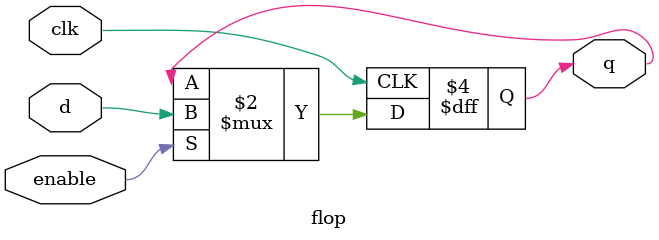
<source format=v>
module flop #(parameter width=1)(input wire clk, input wire enable, input wire [width-1:0] d, output reg [width-1:0] q);

always @(posedge clk)
  if (enable)
    q <= d;

endmodule


</source>
